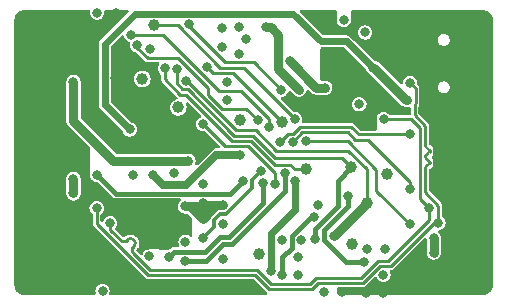
<source format=gbl>
G04 #@! TF.GenerationSoftware,KiCad,Pcbnew,8.0.1*
G04 #@! TF.CreationDate,2024-04-22T06:17:08+03:00*
G04 #@! TF.ProjectId,IMU module,494d5520-6d6f-4647-956c-652e6b696361,rev?*
G04 #@! TF.SameCoordinates,Original*
G04 #@! TF.FileFunction,Copper,L4,Bot*
G04 #@! TF.FilePolarity,Positive*
%FSLAX46Y46*%
G04 Gerber Fmt 4.6, Leading zero omitted, Abs format (unit mm)*
G04 Created by KiCad (PCBNEW 8.0.1) date 2024-04-22 06:17:08*
%MOMM*%
%LPD*%
G01*
G04 APERTURE LIST*
G04 #@! TA.AperFunction,ComponentPad*
%ADD10O,2.000000X1.090000*%
G04 #@! TD*
G04 #@! TA.AperFunction,ComponentPad*
%ADD11O,1.600000X1.050000*%
G04 #@! TD*
G04 #@! TA.AperFunction,SMDPad,CuDef*
%ADD12C,1.000000*%
G04 #@! TD*
G04 #@! TA.AperFunction,ViaPad*
%ADD13C,0.800000*%
G04 #@! TD*
G04 #@! TA.AperFunction,Conductor*
%ADD14C,0.800000*%
G04 #@! TD*
G04 #@! TA.AperFunction,Conductor*
%ADD15C,0.250000*%
G04 #@! TD*
G04 #@! TA.AperFunction,Conductor*
%ADD16C,0.600000*%
G04 #@! TD*
G04 #@! TA.AperFunction,Conductor*
%ADD17C,0.400000*%
G04 #@! TD*
G04 #@! TA.AperFunction,Conductor*
%ADD18C,0.300000*%
G04 #@! TD*
G04 #@! TA.AperFunction,Conductor*
%ADD19C,0.650000*%
G04 #@! TD*
G04 APERTURE END LIST*
D10*
X167600753Y-90365454D03*
D11*
X164150753Y-90365454D03*
D10*
X167600753Y-97565454D03*
D11*
X164150753Y-97565454D03*
D12*
X157610753Y-102765454D03*
X140730753Y-100089454D03*
X151780753Y-98954454D03*
X148222644Y-98709453D03*
X158920753Y-105748793D03*
X160650753Y-103290454D03*
X153761753Y-102936454D03*
X149820753Y-110074454D03*
X157688753Y-109236454D03*
X140880753Y-90739812D03*
X139926000Y-95270454D03*
X142970753Y-97684454D03*
D13*
X130093753Y-101814453D03*
X132293752Y-89818454D03*
X130093753Y-100514454D03*
X166390753Y-101814453D03*
X168590752Y-113164453D03*
X158937753Y-109709454D03*
X146650753Y-92545454D03*
X130093753Y-113164453D03*
X143149753Y-112748454D03*
X137651753Y-89648454D03*
X166390753Y-100514454D03*
X166390753Y-113164453D03*
X167490753Y-112514454D03*
X132293752Y-100514454D03*
X156838753Y-113287954D03*
X130093753Y-98718453D03*
X143531753Y-107614454D03*
X145060753Y-100639454D03*
X131193753Y-90468454D03*
X148130753Y-93119454D03*
X157150753Y-94329454D03*
X153132753Y-110352454D03*
X153064753Y-111909454D03*
X131193753Y-112514454D03*
X130093753Y-91118453D03*
X164590753Y-103714454D03*
X158299753Y-98967454D03*
X132293752Y-113164453D03*
X139865753Y-112741454D03*
X148130753Y-90909454D03*
X132293752Y-101814453D03*
X140600753Y-94274454D03*
X130093753Y-97418454D03*
X164990753Y-104964454D03*
X130093753Y-111864454D03*
X146449753Y-112766454D03*
X168590752Y-111864454D03*
X158878753Y-113393954D03*
X168590752Y-100514454D03*
X151781753Y-108894454D03*
X131193753Y-101164454D03*
X160338753Y-113393954D03*
X134093753Y-108714454D03*
X146729753Y-110501454D03*
X137648753Y-95214454D03*
X140730753Y-96702454D03*
X166390753Y-111864454D03*
X155430753Y-90909454D03*
X132293752Y-111864454D03*
X132293752Y-97418454D03*
X164350753Y-92463000D03*
X168590752Y-101814453D03*
X146730753Y-107539454D03*
X134093753Y-109964454D03*
X130093753Y-89818454D03*
X134093753Y-93018454D03*
X147058753Y-95507454D03*
X167490753Y-101164454D03*
X155430753Y-93119454D03*
X132293752Y-98718453D03*
X145055753Y-104123454D03*
X161930753Y-111289454D03*
X140730753Y-100089454D03*
X132293752Y-91118453D03*
X131193753Y-98068454D03*
X145060753Y-99089454D03*
X151191753Y-104159454D03*
X160338753Y-111843954D03*
X146650753Y-90995454D03*
X136101753Y-89648454D03*
X155288753Y-113287954D03*
X156967753Y-90251454D03*
X143572753Y-109041454D03*
X140518753Y-110301454D03*
X158299753Y-97417454D03*
X136550753Y-113231454D03*
X145055753Y-105773453D03*
X148700753Y-91914454D03*
X147058753Y-97057454D03*
X158790753Y-91334454D03*
X146729753Y-105977454D03*
X153381752Y-108894454D03*
X145038753Y-107126454D03*
X140600753Y-92724454D03*
X139146753Y-103393454D03*
X143531753Y-106064454D03*
X142580753Y-103254454D03*
X154822753Y-105939454D03*
X160487753Y-109709454D03*
X149820753Y-110074454D03*
X159446753Y-94322454D03*
X162330753Y-97039454D03*
X138850753Y-99547454D03*
X134093753Y-104964454D03*
X164590753Y-109964454D03*
X134093753Y-103714454D03*
X164590753Y-108714454D03*
X164190753Y-106214454D03*
X160350753Y-98665454D03*
X137200752Y-107474454D03*
X164990752Y-107464454D03*
X136050753Y-106204454D03*
X162585753Y-95604454D03*
X134093753Y-95518454D03*
X143830753Y-102194454D03*
X154420753Y-106954454D03*
X151764753Y-111879454D03*
X145038753Y-108776454D03*
X150000753Y-103074454D03*
X152031753Y-103270454D03*
X143572753Y-110691454D03*
X150109382Y-104109033D03*
X142205753Y-110312454D03*
X148180000Y-101684000D03*
X140806753Y-103379454D03*
X152420753Y-93774454D03*
X155409753Y-96016454D03*
X148420753Y-103884454D03*
X136095753Y-103397454D03*
X162576753Y-104592454D03*
X152660753Y-100617800D03*
X162551000Y-99968000D03*
X151560753Y-100614454D03*
X162550753Y-107574454D03*
X153742000Y-100534000D03*
X143620753Y-95419454D03*
X156113753Y-108595526D03*
X158920753Y-105748793D03*
X157610753Y-102765454D03*
X154513753Y-108824000D03*
X142829462Y-94435293D03*
X141830753Y-94384454D03*
X153761753Y-102936454D03*
X157688753Y-109236454D03*
X151780753Y-98954454D03*
X145403753Y-94231454D03*
X152860753Y-98674454D03*
X140880753Y-90739812D03*
X142970753Y-97684454D03*
X139926000Y-95270454D03*
X148222644Y-98709453D03*
X160650753Y-103290454D03*
X150383036Y-90909655D03*
X153191753Y-96176454D03*
X150630753Y-99354454D03*
X138991133Y-91535133D03*
X151685354Y-96178812D03*
X143890753Y-90644454D03*
X139485753Y-92421758D03*
X149710753Y-98784454D03*
X152840753Y-103894454D03*
X150776753Y-111530454D03*
X157324753Y-105213454D03*
X158654005Y-110793454D03*
D14*
X134093753Y-104964454D02*
X134093753Y-103714454D01*
X164590753Y-108714454D02*
X164590753Y-109964454D01*
D15*
X146930299Y-100959000D02*
X148910604Y-100959000D01*
X148910604Y-100959000D02*
X151191753Y-103240149D01*
X151191753Y-103240149D02*
X151191753Y-104159454D01*
X145060753Y-99089454D02*
X146930299Y-100959000D01*
D14*
X146729753Y-105977454D02*
X145259754Y-105977454D01*
X145055753Y-107109454D02*
X145038753Y-107126454D01*
X143531753Y-106064454D02*
X144764752Y-106064454D01*
X146729753Y-105977454D02*
X146158432Y-105977454D01*
X145038753Y-107097133D02*
X145038753Y-107126454D01*
X145259754Y-105977454D02*
X145055753Y-105773453D01*
X144764752Y-106064454D02*
X145055753Y-105773453D01*
X143976753Y-106064454D02*
X145038753Y-107126454D01*
X146158432Y-105977454D02*
X145038753Y-107097133D01*
X145055753Y-105773453D02*
X145055753Y-107109454D01*
X143531753Y-106064454D02*
X143976753Y-106064454D01*
D16*
X157208753Y-92084454D02*
X159446753Y-94322454D01*
X152660753Y-89734454D02*
X155010753Y-92084454D01*
D14*
X162255753Y-97039454D02*
X159538753Y-94322454D01*
D16*
X138850753Y-99547454D02*
X136748753Y-97445454D01*
X155010753Y-92084454D02*
X157208753Y-92084454D01*
D14*
X162330753Y-97039454D02*
X162255753Y-97039454D01*
D16*
X136748753Y-92316454D02*
X139330753Y-89734454D01*
X139330753Y-89734454D02*
X152660753Y-89734454D01*
X136748753Y-97445454D02*
X136748753Y-92316454D01*
D14*
X159538753Y-94322454D02*
X159446753Y-94322454D01*
D15*
X154624357Y-112104454D02*
X154094357Y-112634454D01*
X158416552Y-112104454D02*
X154624357Y-112104454D01*
X150855448Y-112634454D02*
X149637448Y-111416454D01*
X139250350Y-108962387D02*
X139140041Y-108852078D01*
X163411753Y-105455454D02*
X164190753Y-106234454D01*
X138027666Y-108861367D02*
X137271182Y-108104883D01*
X138137974Y-108971675D02*
X138027666Y-108861367D01*
X162668405Y-98665454D02*
X163411753Y-99408802D01*
X163411753Y-99408802D02*
X163411753Y-105455454D01*
X138698806Y-108852078D02*
X138579208Y-108971675D01*
X149637448Y-111416454D02*
X140582753Y-111416454D01*
X137271182Y-108104883D02*
X137200752Y-108034453D01*
X164190753Y-106234454D02*
X164190753Y-107234753D01*
X140582753Y-111416454D02*
X139130753Y-109964454D01*
X160350753Y-98665454D02*
X162668405Y-98665454D01*
X160756552Y-110668954D02*
X159852052Y-110668954D01*
X139130753Y-109523219D02*
X139250350Y-109403621D01*
X159852052Y-110668954D02*
X158416552Y-112104454D01*
X154094357Y-112634454D02*
X150855448Y-112634454D01*
X164190753Y-107234753D02*
X160756552Y-110668954D01*
X137200752Y-108034453D02*
X137200752Y-107474454D01*
X138579208Y-108971675D02*
G75*
G02*
X138137974Y-108971675I-220617J220615D01*
G01*
X139140041Y-108852078D02*
G75*
G03*
X138698807Y-108852079I-220617J-220617D01*
G01*
X139250349Y-109403620D02*
G75*
G03*
X139250353Y-108962384I-220649J220620D01*
G01*
X139130754Y-109964453D02*
G75*
G02*
X139130717Y-109523183I220646J220653D01*
G01*
X163861753Y-100940855D02*
X163861753Y-100844855D01*
X164053753Y-102572855D02*
X164055714Y-102572855D01*
X160038448Y-111118954D02*
X158602948Y-112554454D01*
X164990752Y-107464454D02*
X164597448Y-107464454D01*
X140396357Y-111866454D02*
X136050753Y-107520850D01*
X160942948Y-111118954D02*
X160038448Y-111118954D01*
X163055753Y-97339759D02*
X163055753Y-96074454D01*
X163861753Y-101900855D02*
X163861753Y-101804855D01*
X164055702Y-101132855D02*
X164053753Y-101132855D01*
X154280753Y-113084454D02*
X150669052Y-113084454D01*
X136050753Y-107520850D02*
X136050753Y-106204454D01*
X163861753Y-100844855D02*
X163861753Y-99314454D01*
X163861753Y-99314454D02*
X163861753Y-99222406D01*
X150669052Y-113084454D02*
X149451052Y-111866454D01*
X164597448Y-107464454D02*
X160942948Y-111118954D01*
X164247702Y-101420855D02*
X164247702Y-101324855D01*
X163861753Y-102764855D02*
X163861753Y-104860759D01*
X162970753Y-97424759D02*
X163055753Y-97339759D01*
X164990752Y-105989758D02*
X164990752Y-107464454D01*
X163055753Y-96074454D02*
X162585753Y-95604454D01*
X162970753Y-98331406D02*
X162970753Y-97424759D01*
X158602948Y-112554454D02*
X154810753Y-112554454D01*
X164247714Y-102380855D02*
X164247714Y-102284855D01*
X163861753Y-104860759D02*
X164990752Y-105989758D01*
X163861753Y-99222406D02*
X162970753Y-98331406D01*
X164055714Y-102092855D02*
X164053753Y-102092855D01*
X164053753Y-101612855D02*
X164055702Y-101612855D01*
X149451052Y-111866454D02*
X140396357Y-111866454D01*
X154810753Y-112554454D02*
X154280753Y-113084454D01*
X163861753Y-101804855D02*
G75*
G02*
X164053753Y-101612853I192047J-45D01*
G01*
X164053753Y-102092855D02*
G75*
G02*
X163861845Y-101900855I47J191955D01*
G01*
X164055702Y-101612855D02*
G75*
G03*
X164247655Y-101420855I-2J191955D01*
G01*
X164247702Y-101324855D02*
G75*
G03*
X164055702Y-101132898I-192002J-45D01*
G01*
X163861753Y-102764855D02*
G75*
G02*
X164053753Y-102572853I192047J-45D01*
G01*
X164053753Y-101132855D02*
G75*
G02*
X163861845Y-100940855I47J191955D01*
G01*
X164055714Y-102572855D02*
G75*
G03*
X164247655Y-102380855I-14J191955D01*
G01*
X164247714Y-102284855D02*
G75*
G03*
X164055714Y-102092886I-192014J-45D01*
G01*
D14*
X134093753Y-95518454D02*
X134093753Y-98821753D01*
X134093753Y-98821753D02*
X137466454Y-102194454D01*
X137466454Y-102194454D02*
X143830753Y-102194454D01*
D17*
X152581752Y-108563083D02*
X154190381Y-106954454D01*
X152581752Y-109563455D02*
X152581752Y-108563083D01*
X151764753Y-110380454D02*
X152581752Y-109563455D01*
X154190381Y-106954454D02*
X154420753Y-106954454D01*
X151764753Y-111879454D02*
X151764753Y-110380454D01*
D18*
X149240753Y-103834454D02*
X150000753Y-103074454D01*
X147047753Y-106727454D02*
X149240753Y-104534454D01*
X145979753Y-107216793D02*
X146469092Y-106727454D01*
X145979753Y-107835454D02*
X145979753Y-107216793D01*
X149240753Y-104534454D02*
X149240753Y-103834454D01*
X146469092Y-106727454D02*
X147047753Y-106727454D01*
X145038753Y-108776454D02*
X145979753Y-107835454D01*
D17*
X152031753Y-104721982D02*
X147498280Y-109255455D01*
X146739752Y-109255455D02*
X145303753Y-110691454D01*
X145303753Y-110691454D02*
X143572753Y-110691454D01*
X152031753Y-103270454D02*
X152031753Y-104721982D01*
X147498280Y-109255455D02*
X146739752Y-109255455D01*
X142205753Y-110312454D02*
X142626753Y-109891454D01*
X145255225Y-109891454D02*
X146491224Y-108655455D01*
X147249752Y-108655455D02*
X150109382Y-105795825D01*
X142626753Y-109891454D02*
X145255225Y-109891454D01*
X150109382Y-105795825D02*
X150109382Y-104109033D01*
X146491224Y-108655455D02*
X147249752Y-108655455D01*
D19*
X141661753Y-104234454D02*
X140806753Y-103379454D01*
X143636605Y-104234454D02*
X141661753Y-104234454D01*
X148180000Y-101684000D02*
X146187059Y-101684000D01*
X146187059Y-101684000D02*
X143636605Y-104234454D01*
D14*
X154662753Y-96016454D02*
X155409753Y-96016454D01*
X152420753Y-93774454D02*
X154662753Y-96016454D01*
D17*
X147331754Y-104973453D02*
X137671752Y-104973453D01*
X148420753Y-103884454D02*
X147331754Y-104973453D01*
X137671752Y-104973453D02*
X136095753Y-103397454D01*
D15*
X152660753Y-100617800D02*
X152660753Y-100582445D01*
X162576753Y-103991727D02*
X162576753Y-104592454D01*
X157947753Y-100411454D02*
X158996480Y-100411454D01*
X158996480Y-100411454D02*
X162576753Y-103991727D01*
X157296736Y-99760437D02*
X157947753Y-100411454D01*
X152660753Y-100582445D02*
X153482761Y-99760437D01*
X153482761Y-99760437D02*
X157296736Y-99760437D01*
X162551000Y-99968000D02*
X162544454Y-99961454D01*
X162544454Y-99961454D02*
X158268448Y-99961454D01*
X152701367Y-99892800D02*
X152282407Y-99892800D01*
X157617431Y-99310437D02*
X153283730Y-99310437D01*
X152282407Y-99892800D02*
X151560753Y-100614454D01*
X158268448Y-99961454D02*
X157617431Y-99310437D01*
X153283730Y-99310437D02*
X152701367Y-99892800D01*
X157301339Y-100534000D02*
X159710753Y-102943414D01*
X153742000Y-100534000D02*
X157301339Y-100534000D01*
X159710753Y-102943414D02*
X159710753Y-104734454D01*
X159710753Y-104734454D02*
X162550753Y-107574454D01*
X151243794Y-101342800D02*
X157365826Y-101342800D01*
D14*
X156113753Y-108555793D02*
X158920753Y-105748793D01*
D15*
X157365826Y-101342800D02*
X158920753Y-102897727D01*
X149509994Y-99609000D02*
X151243794Y-101342800D01*
D14*
X156113753Y-108595526D02*
X156113753Y-108555793D01*
D15*
X147878396Y-99609000D02*
X149509994Y-99609000D01*
X158920753Y-102897727D02*
X158920753Y-105748793D01*
X143620753Y-95419454D02*
X143688850Y-95419454D01*
D17*
X158920753Y-105748793D02*
X158920753Y-105794283D01*
D15*
X143688850Y-95419454D02*
X147878396Y-99609000D01*
X147692000Y-100059000D02*
X143777454Y-96144454D01*
X142829462Y-95653468D02*
X142829462Y-94435293D01*
X149283396Y-100059000D02*
X147692000Y-100059000D01*
X156799753Y-101954454D02*
X151178850Y-101954454D01*
D17*
X156500753Y-103875454D02*
X157610753Y-102765454D01*
D15*
X157610753Y-102765454D02*
X156799753Y-101954454D01*
D17*
X154513753Y-108001454D02*
X156500753Y-106014454D01*
D15*
X151178850Y-101954454D02*
X149283396Y-100059000D01*
X143320448Y-96144454D02*
X142829462Y-95653468D01*
D17*
X154513753Y-108824000D02*
X154513753Y-108001454D01*
X156500753Y-106014454D02*
X156500753Y-103875454D01*
D15*
X143777454Y-96144454D02*
X143320448Y-96144454D01*
X152451753Y-102545454D02*
X151133454Y-102545454D01*
X143134052Y-96594454D02*
X141830753Y-95291155D01*
X141830753Y-95291155D02*
X141830753Y-94384454D01*
X149097000Y-100509000D02*
X147505604Y-100509000D01*
X143591058Y-96594454D02*
X143134052Y-96594454D01*
X147505604Y-100509000D02*
X143591058Y-96594454D01*
X153761753Y-102936454D02*
X152842753Y-102936454D01*
X152842753Y-102936454D02*
X152451753Y-102545454D01*
X151133454Y-102545454D02*
X149097000Y-100509000D01*
X151780753Y-98954454D02*
X147578753Y-94752454D01*
X145924753Y-94752454D02*
X145403753Y-94231454D01*
X147578753Y-94752454D02*
X145924753Y-94752454D01*
X146523448Y-94302454D02*
X142960806Y-90739812D01*
X152860753Y-98674454D02*
X152860753Y-98622602D01*
X148540605Y-94302454D02*
X146523448Y-94302454D01*
X152860753Y-98622602D02*
X148540605Y-94302454D01*
X142960806Y-90739812D02*
X140880753Y-90739812D01*
D14*
X151420752Y-91534453D02*
X150795954Y-90909655D01*
X151420752Y-94405453D02*
X151420752Y-91534453D01*
X153191753Y-96176454D02*
X151420752Y-94405453D01*
X150795954Y-90909655D02*
X150383036Y-90909655D01*
D15*
X141711806Y-91564812D02*
X146431448Y-96284454D01*
X150630753Y-98679149D02*
X150630753Y-99354454D01*
X146431448Y-96284454D02*
X148236058Y-96284454D01*
X138991133Y-91535133D02*
X139020812Y-91564812D01*
X148236058Y-96284454D02*
X150630753Y-98679149D01*
X139020812Y-91564812D02*
X141711806Y-91564812D01*
X143890753Y-90644454D02*
X143890753Y-90810759D01*
X149358996Y-93852454D02*
X151685354Y-96178812D01*
X146932448Y-93852454D02*
X149358996Y-93852454D01*
X143890753Y-90810759D02*
X146932448Y-93852454D01*
X139485753Y-92421758D02*
X139485753Y-92634759D01*
X145500753Y-96595493D02*
X146687714Y-97782454D01*
X148708753Y-97782454D02*
X149710753Y-98784454D01*
X142970753Y-93524454D02*
X145500753Y-96054454D01*
X140375448Y-93524454D02*
X142970753Y-93524454D01*
X145500753Y-96054454D02*
X145500753Y-96595493D01*
X139485753Y-92634759D02*
X140375448Y-93524454D01*
X146687714Y-97782454D02*
X148708753Y-97782454D01*
D16*
X152840753Y-106335247D02*
X152840753Y-103894454D01*
X150825000Y-108351000D02*
X152840753Y-106335247D01*
X150776753Y-111530454D02*
X150825000Y-111482207D01*
X150825000Y-111482207D02*
X150825000Y-108351000D01*
D17*
X157180310Y-110793454D02*
X155313753Y-108926897D01*
X158654005Y-110793454D02*
X157180310Y-110793454D01*
X155313753Y-108926897D02*
X155313753Y-108049982D01*
X155313753Y-108049982D02*
X157324753Y-106038982D01*
X157324753Y-106038982D02*
X157324753Y-105213454D01*
G04 #@! TA.AperFunction,Conductor*
G36*
X135451929Y-89438639D02*
G01*
X135497684Y-89491443D01*
X135507829Y-89559139D01*
X135496071Y-89648452D01*
X135496071Y-89648455D01*
X135516708Y-89805214D01*
X135516709Y-89805216D01*
X135577217Y-89951295D01*
X135673471Y-90076736D01*
X135798912Y-90172990D01*
X135944991Y-90233498D01*
X136023372Y-90243817D01*
X136101752Y-90254136D01*
X136101753Y-90254136D01*
X136101754Y-90254136D01*
X136154007Y-90247256D01*
X136258515Y-90233498D01*
X136404594Y-90172990D01*
X136530035Y-90076736D01*
X136626289Y-89951295D01*
X136686797Y-89805216D01*
X136707435Y-89648454D01*
X136705089Y-89630635D01*
X136695677Y-89559139D01*
X136706443Y-89490104D01*
X136752823Y-89437848D01*
X136818616Y-89418954D01*
X138639077Y-89418954D01*
X138706116Y-89438639D01*
X138751871Y-89491443D01*
X138761815Y-89560601D01*
X138732790Y-89624157D01*
X138726758Y-89630635D01*
X136348255Y-92009137D01*
X136348253Y-92009140D01*
X136282361Y-92123266D01*
X136262188Y-92198555D01*
X136248253Y-92250562D01*
X136248253Y-97379562D01*
X136248253Y-97511346D01*
X136261179Y-97559586D01*
X136282361Y-97638641D01*
X136286111Y-97645136D01*
X136348253Y-97752768D01*
X136348255Y-97752770D01*
X138230791Y-99635306D01*
X138264276Y-99696629D01*
X138265394Y-99703042D01*
X138265707Y-99704212D01*
X138298233Y-99782736D01*
X138326217Y-99850295D01*
X138422471Y-99975736D01*
X138547912Y-100071990D01*
X138693991Y-100132498D01*
X138772372Y-100142817D01*
X138850752Y-100153136D01*
X138850753Y-100153136D01*
X138850754Y-100153136D01*
X138903007Y-100146256D01*
X139007515Y-100132498D01*
X139153594Y-100071990D01*
X139279035Y-99975736D01*
X139375289Y-99850295D01*
X139435797Y-99704216D01*
X139456435Y-99547454D01*
X139455931Y-99543628D01*
X139435797Y-99390693D01*
X139435797Y-99390692D01*
X139375289Y-99244613D01*
X139279035Y-99119172D01*
X139153594Y-99022918D01*
X139152706Y-99022550D01*
X139007511Y-98962408D01*
X138999664Y-98960306D01*
X139000183Y-98958365D01*
X138946196Y-98934477D01*
X138938605Y-98927492D01*
X137285572Y-97274459D01*
X137252087Y-97213136D01*
X137249253Y-97186778D01*
X137249253Y-95270454D01*
X139220355Y-95270454D01*
X139240859Y-95439323D01*
X139240860Y-95439328D01*
X139301182Y-95598385D01*
X139352182Y-95672270D01*
X139397817Y-95738383D01*
X139483159Y-95813989D01*
X139525150Y-95851190D01*
X139675773Y-95930243D01*
X139675775Y-95930244D01*
X139840944Y-95970954D01*
X140011056Y-95970954D01*
X140176225Y-95930244D01*
X140255692Y-95888535D01*
X140326849Y-95851190D01*
X140326850Y-95851188D01*
X140326852Y-95851188D01*
X140454183Y-95738383D01*
X140550818Y-95598384D01*
X140611140Y-95439326D01*
X140631645Y-95270454D01*
X140611140Y-95101582D01*
X140606812Y-95090171D01*
X140570309Y-94993918D01*
X140550818Y-94942524D01*
X140550761Y-94942442D01*
X140511783Y-94885973D01*
X140454183Y-94802525D01*
X140348186Y-94708620D01*
X140326849Y-94689717D01*
X140176226Y-94610664D01*
X140011056Y-94569954D01*
X139840944Y-94569954D01*
X139675773Y-94610664D01*
X139525150Y-94689717D01*
X139397816Y-94802526D01*
X139301182Y-94942522D01*
X139240860Y-95101579D01*
X139240859Y-95101584D01*
X139220355Y-95270454D01*
X137249253Y-95270454D01*
X137249253Y-92575129D01*
X137268938Y-92508090D01*
X137285567Y-92487452D01*
X138190486Y-91582533D01*
X138251807Y-91549050D01*
X138321498Y-91554034D01*
X138377432Y-91595906D01*
X138401104Y-91654030D01*
X138406089Y-91691895D01*
X138466597Y-91837974D01*
X138562851Y-91963415D01*
X138688292Y-92059669D01*
X138828543Y-92117763D01*
X138882945Y-92161603D01*
X138905010Y-92227897D01*
X138901715Y-92256930D01*
X138901770Y-92256938D01*
X138901367Y-92259993D01*
X138900867Y-92264406D01*
X138900709Y-92264994D01*
X138880071Y-92421756D01*
X138880071Y-92421759D01*
X138900708Y-92578518D01*
X138900709Y-92578520D01*
X138960738Y-92723444D01*
X138961217Y-92724599D01*
X139057471Y-92850040D01*
X139182912Y-92946294D01*
X139328991Y-93006802D01*
X139366117Y-93011689D01*
X139430013Y-93039954D01*
X139437614Y-93046947D01*
X140110642Y-93719974D01*
X140110652Y-93719985D01*
X140114982Y-93724315D01*
X140114983Y-93724316D01*
X140175586Y-93784919D01*
X140207201Y-93803172D01*
X140207202Y-93803173D01*
X140249803Y-93827769D01*
X140249806Y-93827771D01*
X140249808Y-93827771D01*
X140249809Y-93827772D01*
X140332595Y-93849955D01*
X140332597Y-93849955D01*
X140425897Y-93849955D01*
X140425913Y-93849954D01*
X141232528Y-93849954D01*
X141299567Y-93869639D01*
X141345322Y-93922443D01*
X141355266Y-93991601D01*
X141330904Y-94049439D01*
X141323503Y-94059086D01*
X141306216Y-94081614D01*
X141245709Y-94227691D01*
X141245708Y-94227693D01*
X141225071Y-94384452D01*
X141225071Y-94384455D01*
X141245708Y-94541214D01*
X141245709Y-94541216D01*
X141306217Y-94687295D01*
X141402471Y-94812736D01*
X141456740Y-94854378D01*
X141497942Y-94910803D01*
X141505253Y-94952752D01*
X141505253Y-95334007D01*
X141527435Y-95416795D01*
X141545274Y-95447692D01*
X141570288Y-95491017D01*
X141570290Y-95491019D01*
X142872657Y-96793386D01*
X142906142Y-96854709D01*
X142901158Y-96924401D01*
X142859286Y-96980334D01*
X142814652Y-97001464D01*
X142720525Y-97024664D01*
X142569903Y-97103717D01*
X142442569Y-97216526D01*
X142345935Y-97356522D01*
X142285613Y-97515579D01*
X142285612Y-97515584D01*
X142265108Y-97684454D01*
X142285612Y-97853323D01*
X142285613Y-97853328D01*
X142345935Y-98012385D01*
X142408228Y-98102631D01*
X142442570Y-98152383D01*
X142543190Y-98241524D01*
X142569903Y-98265190D01*
X142712354Y-98339954D01*
X142720528Y-98344244D01*
X142885697Y-98384954D01*
X143055809Y-98384954D01*
X143220978Y-98344244D01*
X143327087Y-98288553D01*
X143371602Y-98265190D01*
X143371603Y-98265188D01*
X143371605Y-98265188D01*
X143498936Y-98152383D01*
X143595571Y-98012384D01*
X143655893Y-97853326D01*
X143676398Y-97684454D01*
X143655893Y-97515582D01*
X143618812Y-97417808D01*
X143613446Y-97348148D01*
X143646593Y-97286642D01*
X143707732Y-97252820D01*
X143777450Y-97257422D01*
X143822436Y-97286159D01*
X144869425Y-98333148D01*
X144902910Y-98394471D01*
X144897926Y-98464163D01*
X144856054Y-98520096D01*
X144829198Y-98535390D01*
X144757912Y-98564918D01*
X144632471Y-98661172D01*
X144536216Y-98786614D01*
X144475709Y-98932691D01*
X144475708Y-98932693D01*
X144455071Y-99089452D01*
X144455071Y-99089455D01*
X144475708Y-99246214D01*
X144475709Y-99246216D01*
X144535552Y-99390691D01*
X144536217Y-99392295D01*
X144632471Y-99517736D01*
X144757912Y-99613990D01*
X144903991Y-99674498D01*
X144932301Y-99678225D01*
X145060752Y-99695136D01*
X145060752Y-99695135D01*
X145060753Y-99695136D01*
X145128570Y-99686207D01*
X145197605Y-99696972D01*
X145232437Y-99721465D01*
X146457791Y-100946819D01*
X146491276Y-101008142D01*
X146486292Y-101077834D01*
X146444420Y-101133767D01*
X146378956Y-101158184D01*
X146370110Y-101158500D01*
X146263855Y-101158500D01*
X146263839Y-101158499D01*
X146256243Y-101158499D01*
X146117876Y-101158499D01*
X146000011Y-101190080D01*
X145984220Y-101194312D01*
X145864397Y-101263492D01*
X145864391Y-101263497D01*
X144603608Y-102524280D01*
X144542285Y-102557765D01*
X144472593Y-102552781D01*
X144416660Y-102510909D01*
X144392243Y-102445445D01*
X144396154Y-102404499D01*
X144398502Y-102395738D01*
X144403715Y-102380382D01*
X144415797Y-102351216D01*
X144419920Y-102319893D01*
X144423082Y-102304003D01*
X144431253Y-102273511D01*
X144431253Y-102241941D01*
X144432314Y-102225755D01*
X144436435Y-102194454D01*
X144436435Y-102194452D01*
X144432314Y-102163151D01*
X144431253Y-102146966D01*
X144431253Y-102115399D01*
X144431253Y-102115397D01*
X144423080Y-102084895D01*
X144419917Y-102068990D01*
X144415797Y-102037693D01*
X144415797Y-102037692D01*
X144403710Y-102008514D01*
X144398498Y-101993157D01*
X144396806Y-101986841D01*
X144390330Y-101962670D01*
X144390329Y-101962668D01*
X144374544Y-101935327D01*
X144367370Y-101920780D01*
X144366410Y-101918463D01*
X144355289Y-101891613D01*
X144336064Y-101866558D01*
X144327058Y-101853079D01*
X144311275Y-101825741D01*
X144311271Y-101825736D01*
X144288949Y-101803414D01*
X144278254Y-101791219D01*
X144259034Y-101766171D01*
X144233986Y-101746951D01*
X144221792Y-101736257D01*
X144199471Y-101713936D01*
X144199469Y-101713934D01*
X144199466Y-101713932D01*
X144199462Y-101713929D01*
X144172125Y-101698146D01*
X144158640Y-101689136D01*
X144133593Y-101669917D01*
X144133592Y-101669916D01*
X144104421Y-101657833D01*
X144089876Y-101650661D01*
X144062537Y-101634877D01*
X144062534Y-101634876D01*
X144032041Y-101626705D01*
X144016685Y-101621492D01*
X143987517Y-101609410D01*
X143956203Y-101605287D01*
X143940305Y-101602124D01*
X143909810Y-101593954D01*
X143878240Y-101593954D01*
X143862055Y-101592893D01*
X143830753Y-101588772D01*
X143799450Y-101592893D01*
X143783266Y-101593954D01*
X137766551Y-101593954D01*
X137699512Y-101574269D01*
X137678870Y-101557635D01*
X134730572Y-98609337D01*
X134697087Y-98548014D01*
X134694253Y-98521656D01*
X134694253Y-95565941D01*
X134695314Y-95549755D01*
X134699435Y-95518454D01*
X134699435Y-95518452D01*
X134695314Y-95487151D01*
X134694253Y-95470966D01*
X134694253Y-95439399D01*
X134694253Y-95439397D01*
X134686080Y-95408895D01*
X134682917Y-95392990D01*
X134682710Y-95391421D01*
X134678797Y-95361692D01*
X134666710Y-95332514D01*
X134661498Y-95317157D01*
X134657334Y-95301614D01*
X134653330Y-95286670D01*
X134643968Y-95270454D01*
X134637544Y-95259327D01*
X134630370Y-95244780D01*
X134618289Y-95215614D01*
X134618289Y-95215613D01*
X134599064Y-95190558D01*
X134590058Y-95177079D01*
X134574275Y-95149741D01*
X134574271Y-95149736D01*
X134551949Y-95127414D01*
X134541254Y-95115219D01*
X134530788Y-95101579D01*
X134522035Y-95090172D01*
X134508670Y-95079917D01*
X134496986Y-95070951D01*
X134484792Y-95060257D01*
X134462471Y-95037936D01*
X134462469Y-95037934D01*
X134462466Y-95037932D01*
X134462462Y-95037929D01*
X134435125Y-95022146D01*
X134421640Y-95013136D01*
X134396593Y-94993917D01*
X134396592Y-94993916D01*
X134367421Y-94981833D01*
X134352876Y-94974661D01*
X134325537Y-94958877D01*
X134325534Y-94958876D01*
X134295041Y-94950705D01*
X134279685Y-94945492D01*
X134250517Y-94933410D01*
X134219203Y-94929287D01*
X134203305Y-94926124D01*
X134172810Y-94917954D01*
X134141240Y-94917954D01*
X134125055Y-94916893D01*
X134093753Y-94912772D01*
X134062450Y-94916893D01*
X134046266Y-94917954D01*
X134014693Y-94917954D01*
X133984194Y-94926125D01*
X133968298Y-94929286D01*
X133936997Y-94933408D01*
X133936988Y-94933410D01*
X133907820Y-94945492D01*
X133892468Y-94950704D01*
X133861972Y-94958876D01*
X133861970Y-94958876D01*
X133861969Y-94958877D01*
X133861967Y-94958878D01*
X133861965Y-94958879D01*
X133834628Y-94974661D01*
X133820089Y-94981831D01*
X133790918Y-94993914D01*
X133790913Y-94993917D01*
X133765860Y-95013140D01*
X133752382Y-95022145D01*
X133725036Y-95037934D01*
X133702708Y-95060261D01*
X133690520Y-95070950D01*
X133665471Y-95090172D01*
X133646249Y-95115221D01*
X133635560Y-95127409D01*
X133613233Y-95149737D01*
X133597444Y-95177083D01*
X133588439Y-95190561D01*
X133569216Y-95215614D01*
X133569213Y-95215619D01*
X133557130Y-95244790D01*
X133549960Y-95259329D01*
X133534178Y-95286666D01*
X133534175Y-95286673D01*
X133526003Y-95317169D01*
X133520791Y-95332521D01*
X133508709Y-95361689D01*
X133508707Y-95361698D01*
X133504585Y-95392999D01*
X133501424Y-95408895D01*
X133493253Y-95439394D01*
X133493253Y-95470966D01*
X133492192Y-95487151D01*
X133488071Y-95518452D01*
X133488071Y-95518454D01*
X133492192Y-95549755D01*
X133493253Y-95565941D01*
X133493253Y-98735083D01*
X133493252Y-98735101D01*
X133493252Y-98900807D01*
X133493251Y-98900807D01*
X133525872Y-99022550D01*
X133534176Y-99053538D01*
X133553666Y-99087295D01*
X133605677Y-99177382D01*
X133613232Y-99190467D01*
X133613234Y-99190470D01*
X133732102Y-99309338D01*
X133732108Y-99309343D01*
X135459681Y-101036916D01*
X135493166Y-101098239D01*
X135496000Y-101124597D01*
X135496000Y-103344292D01*
X135494939Y-103360477D01*
X135490071Y-103397452D01*
X135490071Y-103397455D01*
X135510708Y-103554214D01*
X135510709Y-103554216D01*
X135563121Y-103680751D01*
X135571217Y-103700295D01*
X135667471Y-103825736D01*
X135792912Y-103921990D01*
X135938991Y-103982498D01*
X136095753Y-104003136D01*
X136095754Y-104003135D01*
X136099266Y-104003598D01*
X136163163Y-104031864D01*
X136170762Y-104038856D01*
X137425839Y-105293933D01*
X137517164Y-105346660D01*
X137619025Y-105373953D01*
X137724479Y-105373953D01*
X143073656Y-105373953D01*
X143140695Y-105393638D01*
X143186450Y-105446442D01*
X143196394Y-105515600D01*
X143167369Y-105579156D01*
X143161333Y-105585638D01*
X143140707Y-105606262D01*
X143128520Y-105616950D01*
X143103471Y-105636172D01*
X143084249Y-105661221D01*
X143073560Y-105673409D01*
X143051233Y-105695737D01*
X143035444Y-105723083D01*
X143026439Y-105736561D01*
X143007216Y-105761614D01*
X143007213Y-105761619D01*
X142995130Y-105790790D01*
X142987960Y-105805329D01*
X142972178Y-105832666D01*
X142972175Y-105832673D01*
X142964003Y-105863169D01*
X142958791Y-105878521D01*
X142946709Y-105907689D01*
X142946707Y-105907698D01*
X142942585Y-105938999D01*
X142939424Y-105954895D01*
X142931253Y-105985394D01*
X142931253Y-106016966D01*
X142930192Y-106033151D01*
X142926071Y-106064452D01*
X142926071Y-106064454D01*
X142930192Y-106095755D01*
X142931253Y-106111941D01*
X142931253Y-106143511D01*
X142939423Y-106174006D01*
X142942586Y-106189904D01*
X142946709Y-106221218D01*
X142958791Y-106250386D01*
X142964004Y-106265742D01*
X142972175Y-106296235D01*
X142972176Y-106296238D01*
X142987960Y-106323577D01*
X142995132Y-106338122D01*
X143007215Y-106367293D01*
X143007216Y-106367294D01*
X143026435Y-106392341D01*
X143035445Y-106405826D01*
X143051228Y-106433163D01*
X143051235Y-106433172D01*
X143073556Y-106455493D01*
X143084250Y-106467687D01*
X143103470Y-106492735D01*
X143128518Y-106511955D01*
X143140713Y-106522650D01*
X143163037Y-106544974D01*
X143163038Y-106544975D01*
X143163040Y-106544976D01*
X143190378Y-106560759D01*
X143203857Y-106569765D01*
X143228912Y-106588990D01*
X143255762Y-106600111D01*
X143258079Y-106601071D01*
X143272626Y-106608245D01*
X143299967Y-106624030D01*
X143299969Y-106624031D01*
X143330461Y-106632200D01*
X143345813Y-106637411D01*
X143374991Y-106649498D01*
X143406294Y-106653619D01*
X143422194Y-106656781D01*
X143452696Y-106664954D01*
X143484266Y-106664954D01*
X143500450Y-106666014D01*
X143531753Y-106670136D01*
X143563055Y-106666014D01*
X143579240Y-106664954D01*
X143676656Y-106664954D01*
X143743695Y-106684639D01*
X143764337Y-106701273D01*
X144108949Y-107045885D01*
X144142434Y-107107208D01*
X144145254Y-107131708D01*
X144165549Y-108486114D01*
X144146871Y-108553441D01*
X144094759Y-108599982D01*
X144025757Y-108610960D01*
X143966078Y-108586349D01*
X143875594Y-108516918D01*
X143866514Y-108513157D01*
X143729515Y-108456410D01*
X143729513Y-108456409D01*
X143572754Y-108435772D01*
X143572752Y-108435772D01*
X143415992Y-108456409D01*
X143415990Y-108456410D01*
X143269913Y-108516917D01*
X143144471Y-108613172D01*
X143048216Y-108738614D01*
X142987709Y-108884691D01*
X142987708Y-108884693D01*
X142967071Y-109041452D01*
X142967071Y-109041455D01*
X142987708Y-109198214D01*
X142987710Y-109198219D01*
X143027943Y-109295351D01*
X143035412Y-109364820D01*
X143004137Y-109427299D01*
X142952883Y-109460343D01*
X142881018Y-109484494D01*
X142841517Y-109490954D01*
X142574026Y-109490954D01*
X142472163Y-109518247D01*
X142380840Y-109570974D01*
X142380836Y-109570977D01*
X142280760Y-109671052D01*
X142219437Y-109704536D01*
X142209260Y-109706310D01*
X142176093Y-109710675D01*
X142159179Y-109711733D01*
X140576217Y-109702361D01*
X140560768Y-109701302D01*
X140518757Y-109695772D01*
X140518751Y-109695772D01*
X140361992Y-109716409D01*
X140361990Y-109716410D01*
X140215913Y-109776917D01*
X140090471Y-109873172D01*
X139994217Y-109998613D01*
X139957163Y-110088068D01*
X139913321Y-110142471D01*
X139847027Y-110164535D01*
X139779328Y-110147255D01*
X139754921Y-110128295D01*
X139458143Y-109831517D01*
X139424658Y-109770194D01*
X139429642Y-109700502D01*
X139458138Y-109656161D01*
X139480528Y-109633769D01*
X139510815Y-109603482D01*
X139510816Y-109603480D01*
X139516516Y-109597780D01*
X139516599Y-109597686D01*
X139531309Y-109582975D01*
X139607730Y-109461340D01*
X139655171Y-109325752D01*
X139671254Y-109183006D01*
X139655173Y-109040260D01*
X139655172Y-109040257D01*
X139655171Y-109040252D01*
X139607737Y-108904674D01*
X139607732Y-108904664D01*
X139531317Y-108783035D01*
X139531312Y-108783030D01*
X139517103Y-108768818D01*
X139517072Y-108768782D01*
X139478606Y-108730316D01*
X139478602Y-108730309D01*
X139478601Y-108730311D01*
X139462744Y-108714452D01*
X139444081Y-108695786D01*
X139444079Y-108695785D01*
X139437818Y-108689523D01*
X139437781Y-108689491D01*
X139428791Y-108680501D01*
X139428789Y-108680498D01*
X139370204Y-108621914D01*
X139370205Y-108621914D01*
X139319414Y-108571123D01*
X139319411Y-108571121D01*
X139319410Y-108571120D01*
X139319411Y-108571120D01*
X139197775Y-108494693D01*
X139197776Y-108494693D01*
X139062179Y-108447245D01*
X139062170Y-108447243D01*
X138919426Y-108431161D01*
X138919420Y-108431161D01*
X138776673Y-108447244D01*
X138641070Y-108494693D01*
X138519432Y-108571124D01*
X138493503Y-108597054D01*
X138468642Y-108621915D01*
X138455160Y-108635397D01*
X138451415Y-108639142D01*
X138451400Y-108639156D01*
X138446254Y-108644300D01*
X138384925Y-108677773D01*
X138315234Y-108672775D01*
X138270909Y-108644283D01*
X137662653Y-108036027D01*
X137629168Y-107974704D01*
X137634152Y-107905012D01*
X137651954Y-107872865D01*
X137725288Y-107777295D01*
X137785796Y-107631216D01*
X137800011Y-107523241D01*
X137806434Y-107474455D01*
X137806434Y-107474452D01*
X137790822Y-107355868D01*
X137785796Y-107317692D01*
X137725288Y-107171613D01*
X137629034Y-107046172D01*
X137503593Y-106949918D01*
X137485544Y-106942442D01*
X137357514Y-106889410D01*
X137357512Y-106889409D01*
X137200753Y-106868772D01*
X137200751Y-106868772D01*
X137043991Y-106889409D01*
X137043989Y-106889410D01*
X136897912Y-106949917D01*
X136772470Y-107046172D01*
X136676215Y-107171614D01*
X136635076Y-107270933D01*
X136615709Y-107317691D01*
X136614814Y-107319851D01*
X136570973Y-107374254D01*
X136504679Y-107396319D01*
X136436980Y-107379040D01*
X136389369Y-107327903D01*
X136376253Y-107272398D01*
X136376253Y-106772752D01*
X136395938Y-106705713D01*
X136424763Y-106674379D01*
X136479035Y-106632736D01*
X136575289Y-106507295D01*
X136635797Y-106361216D01*
X136655118Y-106214455D01*
X136656435Y-106204455D01*
X136656435Y-106204452D01*
X136638003Y-106064452D01*
X136635797Y-106047692D01*
X136575289Y-105901613D01*
X136479035Y-105776172D01*
X136353594Y-105679918D01*
X136340784Y-105674612D01*
X136207515Y-105619410D01*
X136207513Y-105619409D01*
X136050754Y-105598772D01*
X136050752Y-105598772D01*
X135893992Y-105619409D01*
X135893990Y-105619410D01*
X135747913Y-105679917D01*
X135622471Y-105776172D01*
X135526216Y-105901614D01*
X135465709Y-106047691D01*
X135465708Y-106047693D01*
X135445071Y-106204452D01*
X135445071Y-106204455D01*
X135465708Y-106361214D01*
X135465709Y-106361216D01*
X135482246Y-106401141D01*
X135526217Y-106507295D01*
X135622471Y-106632736D01*
X135676740Y-106674378D01*
X135717942Y-106730803D01*
X135725253Y-106772752D01*
X135725253Y-107477997D01*
X135725253Y-107563703D01*
X135732384Y-107590316D01*
X135747435Y-107646490D01*
X135761152Y-107670247D01*
X135790288Y-107720712D01*
X140196495Y-112126919D01*
X140270718Y-112169772D01*
X140353504Y-112191954D01*
X149264863Y-112191954D01*
X149331902Y-112211639D01*
X149352544Y-112228273D01*
X150471544Y-113347273D01*
X150505029Y-113408596D01*
X150500045Y-113478288D01*
X150458173Y-113534221D01*
X150392709Y-113558638D01*
X150383863Y-113558954D01*
X137250654Y-113558954D01*
X137183615Y-113539269D01*
X137137860Y-113486465D01*
X137127916Y-113417307D01*
X137133739Y-113396079D01*
X137133693Y-113396067D01*
X137135795Y-113388219D01*
X137135797Y-113388216D01*
X137156435Y-113231454D01*
X137151091Y-113190865D01*
X137135797Y-113074693D01*
X137135797Y-113074692D01*
X137075289Y-112928613D01*
X136979035Y-112803172D01*
X136853594Y-112706918D01*
X136845057Y-112703382D01*
X136707515Y-112646410D01*
X136707513Y-112646409D01*
X136550754Y-112625772D01*
X136550752Y-112625772D01*
X136393992Y-112646409D01*
X136393990Y-112646410D01*
X136247913Y-112706917D01*
X136122471Y-112803172D01*
X136026216Y-112928614D01*
X135965709Y-113074691D01*
X135965708Y-113074693D01*
X135945071Y-113231452D01*
X135945071Y-113231455D01*
X135965708Y-113388214D01*
X135967813Y-113396067D01*
X135966375Y-113396452D01*
X135972881Y-113456973D01*
X135941605Y-113519452D01*
X135881515Y-113555103D01*
X135850852Y-113558954D01*
X129949860Y-113558954D01*
X129937701Y-113558356D01*
X129790204Y-113543823D01*
X129766370Y-113539082D01*
X129630379Y-113497825D01*
X129607931Y-113488525D01*
X129604077Y-113486465D01*
X129583692Y-113475568D01*
X129482613Y-113421535D01*
X129462402Y-113408029D01*
X129352566Y-113317882D01*
X129335378Y-113300694D01*
X129245232Y-113190842D01*
X129231733Y-113170637D01*
X129164753Y-113045316D01*
X129155451Y-113022858D01*
X129114206Y-112886875D01*
X129109465Y-112863033D01*
X129094850Y-112714585D01*
X129094253Y-112702432D01*
X129094255Y-112643579D01*
X129094253Y-112643574D01*
X129094254Y-112635995D01*
X129094253Y-112635961D01*
X129094253Y-104964454D01*
X133488071Y-104964454D01*
X133492192Y-104995755D01*
X133493253Y-105011941D01*
X133493253Y-105043511D01*
X133501423Y-105074003D01*
X133504586Y-105089904D01*
X133508709Y-105121218D01*
X133520791Y-105150386D01*
X133526004Y-105165742D01*
X133534175Y-105196235D01*
X133534176Y-105196238D01*
X133549960Y-105223577D01*
X133557132Y-105238122D01*
X133569215Y-105267293D01*
X133569216Y-105267294D01*
X133588435Y-105292341D01*
X133597445Y-105305826D01*
X133613228Y-105333163D01*
X133613235Y-105333172D01*
X133635556Y-105355493D01*
X133646250Y-105367687D01*
X133665470Y-105392735D01*
X133690518Y-105411955D01*
X133702713Y-105422650D01*
X133725037Y-105444974D01*
X133725038Y-105444975D01*
X133725040Y-105444976D01*
X133752378Y-105460759D01*
X133765857Y-105469765D01*
X133790912Y-105488990D01*
X133813404Y-105498306D01*
X133820079Y-105501071D01*
X133834626Y-105508245D01*
X133861967Y-105524030D01*
X133861969Y-105524031D01*
X133892461Y-105532200D01*
X133907813Y-105537411D01*
X133936991Y-105549498D01*
X133968294Y-105553619D01*
X133984194Y-105556781D01*
X134014696Y-105564954D01*
X134046266Y-105564954D01*
X134062450Y-105566014D01*
X134093753Y-105570136D01*
X134125055Y-105566014D01*
X134141240Y-105564954D01*
X134172809Y-105564954D01*
X134172810Y-105564954D01*
X134203308Y-105556781D01*
X134219192Y-105553621D01*
X134250515Y-105549498D01*
X134279683Y-105537415D01*
X134295046Y-105532201D01*
X134314611Y-105526958D01*
X134325537Y-105524031D01*
X134352883Y-105508241D01*
X134367419Y-105501073D01*
X134396594Y-105488990D01*
X134421648Y-105469764D01*
X134435127Y-105460759D01*
X134462469Y-105444974D01*
X134484793Y-105422648D01*
X134496987Y-105411955D01*
X134522035Y-105392736D01*
X134541255Y-105367687D01*
X134551949Y-105355493D01*
X134553033Y-105354409D01*
X134574273Y-105333170D01*
X134590061Y-105305822D01*
X134599063Y-105292349D01*
X134618289Y-105267295D01*
X134630372Y-105238120D01*
X134637545Y-105223577D01*
X134653330Y-105196238D01*
X134660880Y-105168059D01*
X134661500Y-105165747D01*
X134666715Y-105150382D01*
X134667228Y-105149143D01*
X134678797Y-105121216D01*
X134682920Y-105089893D01*
X134686082Y-105074003D01*
X134694253Y-105043511D01*
X134694253Y-105011941D01*
X134695314Y-104995755D01*
X134699435Y-104964454D01*
X134699435Y-104964452D01*
X134695314Y-104933151D01*
X134694253Y-104916966D01*
X134694253Y-103761941D01*
X134695314Y-103745755D01*
X134699435Y-103714454D01*
X134699435Y-103714452D01*
X134695314Y-103683151D01*
X134694253Y-103666966D01*
X134694253Y-103635399D01*
X134694253Y-103635397D01*
X134686080Y-103604895D01*
X134682917Y-103588990D01*
X134678797Y-103557693D01*
X134678797Y-103557692D01*
X134666710Y-103528514D01*
X134661498Y-103513157D01*
X134657762Y-103499212D01*
X134653330Y-103482670D01*
X134647437Y-103472463D01*
X134637544Y-103455327D01*
X134630370Y-103440780D01*
X134629410Y-103438463D01*
X134618289Y-103411613D01*
X134599064Y-103386558D01*
X134590058Y-103373079D01*
X134574275Y-103345741D01*
X134574271Y-103345736D01*
X134551949Y-103323414D01*
X134541254Y-103311219D01*
X134532192Y-103299409D01*
X134522035Y-103286172D01*
X134496986Y-103266951D01*
X134484792Y-103256257D01*
X134462471Y-103233936D01*
X134462469Y-103233934D01*
X134462466Y-103233932D01*
X134462462Y-103233929D01*
X134435125Y-103218146D01*
X134421640Y-103209136D01*
X134396593Y-103189917D01*
X134396592Y-103189916D01*
X134367421Y-103177833D01*
X134352876Y-103170661D01*
X134325537Y-103154877D01*
X134325534Y-103154876D01*
X134295041Y-103146705D01*
X134279685Y-103141492D01*
X134250517Y-103129410D01*
X134219203Y-103125287D01*
X134203305Y-103122124D01*
X134172810Y-103113954D01*
X134141240Y-103113954D01*
X134125055Y-103112893D01*
X134093753Y-103108772D01*
X134062450Y-103112893D01*
X134046266Y-103113954D01*
X134014693Y-103113954D01*
X133984194Y-103122125D01*
X133968298Y-103125286D01*
X133936997Y-103129408D01*
X133936988Y-103129410D01*
X133907820Y-103141492D01*
X133892468Y-103146704D01*
X133861972Y-103154876D01*
X133861970Y-103154876D01*
X133861969Y-103154877D01*
X133861967Y-103154878D01*
X133861965Y-103154879D01*
X133834628Y-103170661D01*
X133820089Y-103177831D01*
X133790918Y-103189914D01*
X133790913Y-103189917D01*
X133765860Y-103209140D01*
X133752382Y-103218145D01*
X133725036Y-103233934D01*
X133702708Y-103256261D01*
X133690520Y-103266950D01*
X133665471Y-103286172D01*
X133646249Y-103311221D01*
X133635560Y-103323409D01*
X133613233Y-103345737D01*
X133597444Y-103373083D01*
X133588439Y-103386561D01*
X133569216Y-103411614D01*
X133569213Y-103411619D01*
X133557130Y-103440790D01*
X133549960Y-103455329D01*
X133534178Y-103482666D01*
X133534175Y-103482673D01*
X133526003Y-103513169D01*
X133520791Y-103528521D01*
X133508709Y-103557689D01*
X133508707Y-103557698D01*
X133504585Y-103588999D01*
X133501424Y-103604895D01*
X133493253Y-103635394D01*
X133493253Y-103666966D01*
X133492192Y-103683151D01*
X133488071Y-103714452D01*
X133488071Y-103714454D01*
X133492192Y-103745755D01*
X133493253Y-103761941D01*
X133493253Y-104916966D01*
X133492192Y-104933151D01*
X133488071Y-104964452D01*
X133488071Y-104964454D01*
X129094253Y-104964454D01*
X129094253Y-90274569D01*
X129094850Y-90262412D01*
X129097555Y-90234954D01*
X129109384Y-90114884D01*
X129114123Y-90091061D01*
X129155382Y-89955058D01*
X129164679Y-89932614D01*
X129231683Y-89807265D01*
X129245167Y-89787083D01*
X129335339Y-89677210D01*
X129352514Y-89660036D01*
X129462379Y-89569872D01*
X129482570Y-89556381D01*
X129607914Y-89489380D01*
X129630355Y-89480084D01*
X129766361Y-89438823D01*
X129790186Y-89434084D01*
X129925972Y-89420706D01*
X129937701Y-89419551D01*
X129949858Y-89418954D01*
X135384890Y-89418954D01*
X135451929Y-89438639D01*
G37*
G04 #@! TD.AperFunction*
G04 #@! TA.AperFunction,Conductor*
G36*
X156312039Y-89438639D02*
G01*
X156357794Y-89491443D01*
X156369000Y-89542954D01*
X156369000Y-90190696D01*
X156367939Y-90206881D01*
X156362071Y-90251452D01*
X156362071Y-90251455D01*
X156382708Y-90408214D01*
X156382709Y-90408216D01*
X156440613Y-90548010D01*
X156443217Y-90554295D01*
X156539471Y-90679736D01*
X156664912Y-90775990D01*
X156810991Y-90836498D01*
X156889372Y-90846817D01*
X156967752Y-90857136D01*
X156967753Y-90857136D01*
X156967754Y-90857136D01*
X157020007Y-90850256D01*
X157124515Y-90836498D01*
X157270594Y-90775990D01*
X157396035Y-90679736D01*
X157492289Y-90554295D01*
X157552797Y-90408216D01*
X157570392Y-90274569D01*
X157573435Y-90251455D01*
X157573435Y-90251452D01*
X157569061Y-90218229D01*
X157568000Y-90202044D01*
X157568000Y-89542954D01*
X157587685Y-89475915D01*
X157640489Y-89430160D01*
X157692000Y-89418954D01*
X168666226Y-89418954D01*
X168666254Y-89418955D01*
X168674874Y-89418954D01*
X168674878Y-89418956D01*
X168734684Y-89418954D01*
X168746832Y-89419550D01*
X168894352Y-89434075D01*
X168918194Y-89438816D01*
X169054202Y-89480069D01*
X169076643Y-89489363D01*
X169201989Y-89556356D01*
X169222195Y-89569857D01*
X169332057Y-89660012D01*
X169349245Y-89677198D01*
X169421553Y-89765299D01*
X169439408Y-89787054D01*
X169452913Y-89807265D01*
X169519909Y-89932595D01*
X169529212Y-89955052D01*
X169570470Y-90091042D01*
X169575214Y-90114884D01*
X169589656Y-90261467D01*
X169590253Y-90273625D01*
X169590253Y-112635961D01*
X169590251Y-112635995D01*
X169590252Y-112703382D01*
X169589655Y-112715534D01*
X169575131Y-112863044D01*
X169570389Y-112886887D01*
X169529143Y-113022868D01*
X169519841Y-113045327D01*
X169452855Y-113170653D01*
X169439350Y-113190865D01*
X169349202Y-113300712D01*
X169332013Y-113317901D01*
X169222166Y-113408050D01*
X169201952Y-113421556D01*
X169076625Y-113488542D01*
X169054171Y-113497842D01*
X168918184Y-113539090D01*
X168894344Y-113543831D01*
X168746823Y-113558356D01*
X168734671Y-113558953D01*
X168682888Y-113558952D01*
X168674878Y-113558952D01*
X168674877Y-113558952D01*
X168666254Y-113558952D01*
X168666226Y-113558954D01*
X156560518Y-113558954D01*
X156493479Y-113539269D01*
X156447724Y-113486465D01*
X156436535Y-113436991D01*
X156429453Y-113005991D01*
X156448033Y-112938637D01*
X156500078Y-112892021D01*
X156553436Y-112879954D01*
X158645799Y-112879954D01*
X158645801Y-112879954D01*
X158728587Y-112857772D01*
X158802810Y-112814919D01*
X159582449Y-112035278D01*
X159643770Y-112001795D01*
X159713461Y-112006779D01*
X159769395Y-112048650D01*
X159784688Y-112075507D01*
X159814217Y-112146795D01*
X159910471Y-112272236D01*
X160035912Y-112368490D01*
X160181991Y-112428998D01*
X160260372Y-112439317D01*
X160338752Y-112449636D01*
X160338753Y-112449636D01*
X160338754Y-112449636D01*
X160391007Y-112442756D01*
X160495515Y-112428998D01*
X160641594Y-112368490D01*
X160767035Y-112272236D01*
X160863289Y-112146795D01*
X160923797Y-112000716D01*
X160944430Y-111843991D01*
X160944435Y-111843955D01*
X160944435Y-111843952D01*
X160923797Y-111687193D01*
X160923797Y-111687192D01*
X160893497Y-111614043D01*
X160886029Y-111544577D01*
X160917304Y-111482098D01*
X160977392Y-111446445D01*
X160980869Y-111445775D01*
X160985799Y-111444454D01*
X160985801Y-111444454D01*
X161068587Y-111422272D01*
X161142810Y-111379419D01*
X163778572Y-108743655D01*
X163839895Y-108710171D01*
X163909587Y-108715155D01*
X163965520Y-108757027D01*
X163989937Y-108822491D01*
X163990253Y-108831337D01*
X163990253Y-109916966D01*
X163989192Y-109933151D01*
X163985071Y-109964452D01*
X163985071Y-109964454D01*
X163989192Y-109995755D01*
X163990253Y-110011941D01*
X163990253Y-110043511D01*
X163998423Y-110074003D01*
X164001586Y-110089904D01*
X164005709Y-110121218D01*
X164017791Y-110150386D01*
X164023004Y-110165742D01*
X164031175Y-110196235D01*
X164031176Y-110196238D01*
X164046960Y-110223577D01*
X164054132Y-110238122D01*
X164066215Y-110267293D01*
X164066216Y-110267294D01*
X164085435Y-110292341D01*
X164094445Y-110305826D01*
X164110228Y-110333163D01*
X164110235Y-110333172D01*
X164132556Y-110355493D01*
X164143250Y-110367687D01*
X164162470Y-110392735D01*
X164187518Y-110411955D01*
X164199713Y-110422650D01*
X164222037Y-110444974D01*
X164222038Y-110444975D01*
X164222040Y-110444976D01*
X164249378Y-110460759D01*
X164262857Y-110469765D01*
X164287912Y-110488990D01*
X164314762Y-110500111D01*
X164317079Y-110501071D01*
X164331626Y-110508245D01*
X164358967Y-110524030D01*
X164358969Y-110524031D01*
X164389461Y-110532200D01*
X164404813Y-110537411D01*
X164433991Y-110549498D01*
X164465294Y-110553619D01*
X164481194Y-110556781D01*
X164511696Y-110564954D01*
X164543266Y-110564954D01*
X164559450Y-110566014D01*
X164590753Y-110570136D01*
X164622055Y-110566014D01*
X164638240Y-110564954D01*
X164669809Y-110564954D01*
X164669810Y-110564954D01*
X164700308Y-110556781D01*
X164716192Y-110553621D01*
X164747515Y-110549498D01*
X164776683Y-110537415D01*
X164792046Y-110532201D01*
X164811611Y-110526958D01*
X164822537Y-110524031D01*
X164849883Y-110508241D01*
X164864419Y-110501073D01*
X164893594Y-110488990D01*
X164918648Y-110469764D01*
X164932127Y-110460759D01*
X164959469Y-110444974D01*
X164981793Y-110422648D01*
X164993987Y-110411955D01*
X165019035Y-110392736D01*
X165038255Y-110367687D01*
X165048949Y-110355493D01*
X165071273Y-110333170D01*
X165087061Y-110305822D01*
X165096063Y-110292349D01*
X165115289Y-110267295D01*
X165127372Y-110238120D01*
X165134545Y-110223577D01*
X165150330Y-110196238D01*
X165153257Y-110185312D01*
X165158500Y-110165747D01*
X165163715Y-110150382D01*
X165175797Y-110121216D01*
X165179920Y-110089893D01*
X165183082Y-110074003D01*
X165191253Y-110043511D01*
X165191253Y-110011941D01*
X165192314Y-109995755D01*
X165196435Y-109964454D01*
X165196435Y-109964452D01*
X165192314Y-109933151D01*
X165191253Y-109916966D01*
X165191253Y-108761941D01*
X165192314Y-108745755D01*
X165194348Y-108730310D01*
X165196435Y-108714454D01*
X165192314Y-108683151D01*
X165191253Y-108666966D01*
X165191253Y-108635399D01*
X165191253Y-108635397D01*
X165183080Y-108604895D01*
X165179917Y-108588990D01*
X165179569Y-108586348D01*
X165175797Y-108557692D01*
X165163710Y-108528514D01*
X165158498Y-108513157D01*
X165153398Y-108494121D01*
X165150330Y-108482670D01*
X165150068Y-108482216D01*
X165134544Y-108455327D01*
X165127370Y-108440780D01*
X165123386Y-108431161D01*
X165115289Y-108411613D01*
X165096064Y-108386558D01*
X165087058Y-108373079D01*
X165085232Y-108369917D01*
X165082980Y-108366016D01*
X165071275Y-108345741D01*
X165071271Y-108345736D01*
X165048949Y-108323414D01*
X165038254Y-108311219D01*
X165024663Y-108293507D01*
X165019035Y-108286172D01*
X165012076Y-108280832D01*
X164970876Y-108224404D01*
X164966723Y-108154658D01*
X165000936Y-108093738D01*
X165062655Y-108060987D01*
X165071356Y-108059524D01*
X165147514Y-108049498D01*
X165293593Y-107988990D01*
X165419034Y-107892736D01*
X165515288Y-107767295D01*
X165575796Y-107621216D01*
X165595117Y-107474455D01*
X165596434Y-107464455D01*
X165596434Y-107464452D01*
X165577113Y-107317693D01*
X165575796Y-107307692D01*
X165515288Y-107161613D01*
X165419034Y-107036172D01*
X165419032Y-107036170D01*
X165419031Y-107036169D01*
X165364764Y-106994528D01*
X165323562Y-106938100D01*
X165316252Y-106896153D01*
X165316252Y-106042613D01*
X165316253Y-106042600D01*
X165316253Y-105946906D01*
X165316253Y-105946905D01*
X165294070Y-105864119D01*
X165268099Y-105819136D01*
X165251217Y-105789896D01*
X165190614Y-105729293D01*
X165190613Y-105729292D01*
X165186283Y-105724962D01*
X165186272Y-105724952D01*
X164223572Y-104762251D01*
X164190087Y-104700928D01*
X164187253Y-104674570D01*
X164187253Y-102969862D01*
X164206938Y-102902823D01*
X164257436Y-102858149D01*
X164332834Y-102821828D01*
X164424010Y-102749097D01*
X164496714Y-102657899D01*
X164547298Y-102552808D01*
X164573227Y-102439095D01*
X164573214Y-102380779D01*
X164573214Y-102346393D01*
X164573227Y-102346220D01*
X164573225Y-102336335D01*
X164573226Y-102336333D01*
X164573225Y-102336186D01*
X164573255Y-102336084D01*
X164573242Y-102273511D01*
X164573233Y-102226477D01*
X164547264Y-102112801D01*
X164526158Y-102068990D01*
X164496659Y-102007757D01*
X164496656Y-102007753D01*
X164496656Y-102007752D01*
X164434791Y-101930192D01*
X164408378Y-101865509D01*
X164421127Y-101796812D01*
X164434771Y-101775576D01*
X164496697Y-101697902D01*
X164547285Y-101592810D01*
X164573215Y-101479096D01*
X164573202Y-101420779D01*
X164573202Y-101386393D01*
X164573215Y-101386220D01*
X164573213Y-101376335D01*
X164573214Y-101376333D01*
X164573213Y-101376198D01*
X164573255Y-101376055D01*
X164573233Y-101266479D01*
X164573233Y-101266478D01*
X164573233Y-101266474D01*
X164547262Y-101152795D01*
X164496650Y-101047742D01*
X164423934Y-100956583D01*
X164332759Y-100883888D01*
X164282110Y-100859500D01*
X164257457Y-100847629D01*
X164205595Y-100800809D01*
X164187253Y-100735906D01*
X164187253Y-99179555D01*
X164187253Y-99179553D01*
X164165071Y-99096768D01*
X164159601Y-99087293D01*
X164122222Y-99022550D01*
X164122216Y-99022542D01*
X163332572Y-98232898D01*
X163299087Y-98171575D01*
X163296253Y-98145217D01*
X163296253Y-97607426D01*
X163312867Y-97545425D01*
X163359068Y-97465403D01*
X163359069Y-97465401D01*
X163359068Y-97465401D01*
X163359071Y-97465398D01*
X163381253Y-97382612D01*
X163381253Y-97296906D01*
X163381253Y-96031601D01*
X163381185Y-96031346D01*
X164950253Y-96031346D01*
X164957676Y-96059048D01*
X164984361Y-96158641D01*
X165013599Y-96209281D01*
X165050253Y-96272768D01*
X165143439Y-96365954D01*
X165257567Y-96431846D01*
X165384861Y-96465954D01*
X165384863Y-96465954D01*
X165516643Y-96465954D01*
X165516645Y-96465954D01*
X165643939Y-96431846D01*
X165758067Y-96365954D01*
X165851253Y-96272768D01*
X165917145Y-96158640D01*
X165951253Y-96031346D01*
X165951253Y-95899562D01*
X165917145Y-95772268D01*
X165851253Y-95658140D01*
X165758067Y-95564954D01*
X165682200Y-95521152D01*
X165643940Y-95499062D01*
X165539082Y-95470966D01*
X165516645Y-95464954D01*
X165384861Y-95464954D01*
X165257565Y-95499062D01*
X165143439Y-95564954D01*
X165143436Y-95564956D01*
X165050255Y-95658137D01*
X165050253Y-95658140D01*
X164984361Y-95772266D01*
X164963214Y-95851190D01*
X164950253Y-95899562D01*
X164950253Y-96031346D01*
X163381185Y-96031346D01*
X163359071Y-95948816D01*
X163359067Y-95948809D01*
X163316222Y-95874598D01*
X163316216Y-95874590D01*
X163217764Y-95776138D01*
X163184279Y-95714815D01*
X163182506Y-95672270D01*
X163184367Y-95658140D01*
X163191435Y-95604454D01*
X163189537Y-95590040D01*
X163173861Y-95470966D01*
X163170797Y-95447692D01*
X163110289Y-95301613D01*
X163014035Y-95176172D01*
X162888594Y-95079918D01*
X162884615Y-95078270D01*
X162742515Y-95019410D01*
X162742513Y-95019409D01*
X162585754Y-94998772D01*
X162585752Y-94998772D01*
X162428992Y-95019409D01*
X162428990Y-95019410D01*
X162282913Y-95079917D01*
X162157471Y-95176172D01*
X162061216Y-95301614D01*
X162000709Y-95447691D01*
X162000708Y-95447693D01*
X161980071Y-95604452D01*
X161980071Y-95612581D01*
X161977346Y-95612581D01*
X161968633Y-95668427D01*
X161922249Y-95720679D01*
X161854978Y-95739559D01*
X161788180Y-95719073D01*
X161768783Y-95703249D01*
X160026343Y-93960809D01*
X160026341Y-93960806D01*
X159907470Y-93841935D01*
X159907462Y-93841929D01*
X159801849Y-93780954D01*
X159801846Y-93780953D01*
X159770540Y-93762878D01*
X159770539Y-93762877D01*
X159770538Y-93762877D01*
X159617810Y-93721953D01*
X159617807Y-93721953D01*
X159605428Y-93721953D01*
X159538389Y-93702268D01*
X159517747Y-93685634D01*
X157863459Y-92031346D01*
X164950253Y-92031346D01*
X164960936Y-92071216D01*
X164984361Y-92158641D01*
X164992087Y-92172022D01*
X165050253Y-92272768D01*
X165143439Y-92365954D01*
X165239843Y-92421613D01*
X165255481Y-92430642D01*
X165257567Y-92431846D01*
X165384861Y-92465954D01*
X165384863Y-92465954D01*
X165516643Y-92465954D01*
X165516645Y-92465954D01*
X165643939Y-92431846D01*
X165758067Y-92365954D01*
X165851253Y-92272768D01*
X165917145Y-92158640D01*
X165951253Y-92031346D01*
X165951253Y-91899562D01*
X165917145Y-91772268D01*
X165851253Y-91658140D01*
X165758067Y-91564954D01*
X165701003Y-91532008D01*
X165643940Y-91499062D01*
X165580292Y-91482008D01*
X165516645Y-91464954D01*
X165384861Y-91464954D01*
X165257565Y-91499062D01*
X165143439Y-91564954D01*
X165143436Y-91564956D01*
X165050255Y-91658137D01*
X165050253Y-91658140D01*
X164984361Y-91772266D01*
X164952335Y-91891793D01*
X164950253Y-91899562D01*
X164950253Y-92031346D01*
X157863459Y-92031346D01*
X157516069Y-91683956D01*
X157516067Y-91683954D01*
X157459003Y-91651008D01*
X157401940Y-91618062D01*
X157319251Y-91595906D01*
X157274645Y-91583954D01*
X157274644Y-91583954D01*
X155269429Y-91583954D01*
X155202390Y-91564269D01*
X155181748Y-91547635D01*
X154968568Y-91334455D01*
X158185071Y-91334455D01*
X158205708Y-91491214D01*
X158205709Y-91491216D01*
X158256366Y-91613514D01*
X158266217Y-91637295D01*
X158362471Y-91762736D01*
X158487912Y-91858990D01*
X158633991Y-91919498D01*
X158649745Y-91921572D01*
X158790752Y-91940136D01*
X158790753Y-91940136D01*
X158790754Y-91940136D01*
X158843007Y-91933256D01*
X158947515Y-91919498D01*
X159093594Y-91858990D01*
X159219035Y-91762736D01*
X159315289Y-91637295D01*
X159375797Y-91491216D01*
X159393944Y-91353377D01*
X159396435Y-91334455D01*
X159396435Y-91334452D01*
X159379064Y-91202511D01*
X159375797Y-91177692D01*
X159315289Y-91031613D01*
X159219035Y-90906172D01*
X159093594Y-90809918D01*
X159031505Y-90784200D01*
X158947515Y-90749410D01*
X158947513Y-90749409D01*
X158790754Y-90728772D01*
X158790752Y-90728772D01*
X158633992Y-90749409D01*
X158633990Y-90749410D01*
X158487913Y-90809917D01*
X158362471Y-90906172D01*
X158266216Y-91031614D01*
X158205709Y-91177691D01*
X158205708Y-91177693D01*
X158185071Y-91334452D01*
X158185071Y-91334455D01*
X154968568Y-91334455D01*
X153264748Y-89630635D01*
X153231263Y-89569312D01*
X153236247Y-89499620D01*
X153278119Y-89443687D01*
X153343583Y-89419270D01*
X153352429Y-89418954D01*
X156245000Y-89418954D01*
X156312039Y-89438639D01*
G37*
G04 #@! TD.AperFunction*
G04 #@! TA.AperFunction,Conductor*
G36*
X157017116Y-92604639D02*
G01*
X157037758Y-92621273D01*
X158826791Y-94410306D01*
X158860276Y-94471629D01*
X158861394Y-94478042D01*
X158861708Y-94479215D01*
X158873791Y-94508385D01*
X158879004Y-94523742D01*
X158887174Y-94554233D01*
X158887176Y-94554238D01*
X158902960Y-94581577D01*
X158910132Y-94596122D01*
X158922215Y-94625293D01*
X158922216Y-94625294D01*
X158941435Y-94650341D01*
X158950445Y-94663826D01*
X158966228Y-94691163D01*
X158966235Y-94691172D01*
X158988556Y-94713493D01*
X158999250Y-94725687D01*
X159018470Y-94750735D01*
X159043518Y-94769955D01*
X159055713Y-94780650D01*
X159078037Y-94802974D01*
X159078038Y-94802975D01*
X159078040Y-94802976D01*
X159105378Y-94818759D01*
X159118857Y-94827765D01*
X159143912Y-94846990D01*
X159161742Y-94854375D01*
X159173079Y-94859071D01*
X159187626Y-94866245D01*
X159214967Y-94882030D01*
X159214969Y-94882031D01*
X159229488Y-94885921D01*
X159285080Y-94918016D01*
X161770892Y-97403828D01*
X161770902Y-97403839D01*
X161775232Y-97408169D01*
X161775233Y-97408170D01*
X161887037Y-97519974D01*
X161963276Y-97563990D01*
X162023968Y-97599031D01*
X162176695Y-97639954D01*
X162176696Y-97639954D01*
X162283266Y-97639954D01*
X162299450Y-97641014D01*
X162330753Y-97645136D01*
X162362055Y-97641014D01*
X162378240Y-97639954D01*
X162409809Y-97639954D01*
X162409810Y-97639954D01*
X162440308Y-97631781D01*
X162456192Y-97628621D01*
X162487515Y-97624498D01*
X162487521Y-97624495D01*
X162487524Y-97624495D01*
X162489162Y-97624057D01*
X162490597Y-97624091D01*
X162495575Y-97623436D01*
X162495677Y-97624212D01*
X162559011Y-97625721D01*
X162616873Y-97664884D01*
X162644376Y-97729113D01*
X162645253Y-97743832D01*
X162645253Y-98215954D01*
X162625568Y-98282993D01*
X162572764Y-98328748D01*
X162521253Y-98339954D01*
X160919052Y-98339954D01*
X160852013Y-98320269D01*
X160820676Y-98291440D01*
X160814194Y-98282993D01*
X160785941Y-98246172D01*
X160779036Y-98237173D01*
X160724964Y-98195682D01*
X160653594Y-98140918D01*
X160529240Y-98089409D01*
X160507515Y-98080410D01*
X160507513Y-98080409D01*
X160350754Y-98059772D01*
X160350752Y-98059772D01*
X160193992Y-98080409D01*
X160193990Y-98080410D01*
X160047913Y-98140917D01*
X159922471Y-98237172D01*
X159826216Y-98362614D01*
X159765708Y-98508692D01*
X159756726Y-98576920D01*
X159749861Y-98592436D01*
X159750001Y-98619219D01*
X159748942Y-98636048D01*
X159745071Y-98665452D01*
X159745071Y-98665458D01*
X159749437Y-98698626D01*
X159750496Y-98714161D01*
X159753883Y-99362318D01*
X159754660Y-99511216D01*
X159754661Y-99511306D01*
X159735327Y-99578448D01*
X159682763Y-99624478D01*
X159630663Y-99635954D01*
X158454637Y-99635954D01*
X158387598Y-99616269D01*
X158366956Y-99599635D01*
X157817295Y-99049974D01*
X157817293Y-99049972D01*
X157777976Y-99027272D01*
X157743071Y-99007119D01*
X157682740Y-98990954D01*
X157660284Y-98984937D01*
X157660283Y-98984937D01*
X153566207Y-98984937D01*
X153499168Y-98965252D01*
X153453413Y-98912448D01*
X153443469Y-98843290D01*
X153445530Y-98833240D01*
X153445796Y-98831217D01*
X153445797Y-98831216D01*
X153466435Y-98674454D01*
X153464686Y-98661172D01*
X153448929Y-98541481D01*
X153445797Y-98517692D01*
X153385289Y-98371613D01*
X153289035Y-98246172D01*
X153163594Y-98149918D01*
X153017515Y-98089410D01*
X153017513Y-98089409D01*
X152860755Y-98068772D01*
X152860753Y-98068772D01*
X152838748Y-98071668D01*
X152769713Y-98060899D01*
X152734887Y-98036409D01*
X152115933Y-97417455D01*
X157694071Y-97417455D01*
X157714708Y-97574214D01*
X157714709Y-97574216D01*
X157735536Y-97624498D01*
X157775217Y-97720295D01*
X157871471Y-97845736D01*
X157996912Y-97941990D01*
X158142991Y-98002498D01*
X158218083Y-98012384D01*
X158299752Y-98023136D01*
X158299753Y-98023136D01*
X158299754Y-98023136D01*
X158381415Y-98012385D01*
X158456515Y-98002498D01*
X158602594Y-97941990D01*
X158728035Y-97845736D01*
X158824289Y-97720295D01*
X158884797Y-97574216D01*
X158905435Y-97417454D01*
X158904212Y-97408167D01*
X158884797Y-97260693D01*
X158884797Y-97260692D01*
X158824289Y-97114613D01*
X158728035Y-96989172D01*
X158602594Y-96892918D01*
X158510856Y-96854919D01*
X158456515Y-96832410D01*
X158456513Y-96832409D01*
X158299754Y-96811772D01*
X158299752Y-96811772D01*
X158142992Y-96832409D01*
X158142990Y-96832410D01*
X157996913Y-96892917D01*
X157871471Y-96989172D01*
X157775216Y-97114614D01*
X157714709Y-97260691D01*
X157714708Y-97260693D01*
X157694071Y-97417452D01*
X157694071Y-97417455D01*
X152115933Y-97417455D01*
X151684316Y-96985838D01*
X151650831Y-96924515D01*
X151655815Y-96854823D01*
X151697687Y-96798890D01*
X151755811Y-96775218D01*
X151842116Y-96763856D01*
X151988195Y-96703348D01*
X152113636Y-96607094D01*
X152209890Y-96481653D01*
X152267108Y-96343515D01*
X152310949Y-96289112D01*
X152377243Y-96267047D01*
X152444942Y-96284326D01*
X152469350Y-96303287D01*
X152733556Y-96567493D01*
X152744250Y-96579687D01*
X152751715Y-96589416D01*
X152763471Y-96604736D01*
X152779393Y-96616953D01*
X152788518Y-96623955D01*
X152800713Y-96634650D01*
X152823037Y-96656974D01*
X152823038Y-96656975D01*
X152823040Y-96656976D01*
X152850378Y-96672759D01*
X152863857Y-96681765D01*
X152888912Y-96700990D01*
X152915344Y-96711938D01*
X152918079Y-96713071D01*
X152932626Y-96720245D01*
X152959965Y-96736029D01*
X152959966Y-96736029D01*
X152959969Y-96736031D01*
X152990462Y-96744201D01*
X153005818Y-96749414D01*
X153005828Y-96749418D01*
X153034991Y-96761498D01*
X153066289Y-96765618D01*
X153082198Y-96768783D01*
X153099154Y-96773326D01*
X153112696Y-96776955D01*
X153144273Y-96776955D01*
X153160458Y-96778016D01*
X153191752Y-96782136D01*
X153191753Y-96782136D01*
X153191754Y-96782136D01*
X153223048Y-96778016D01*
X153239233Y-96776955D01*
X153270810Y-96776955D01*
X153270811Y-96776955D01*
X153301314Y-96768781D01*
X153317215Y-96765618D01*
X153348515Y-96761498D01*
X153377683Y-96749415D01*
X153393035Y-96744203D01*
X153423538Y-96736031D01*
X153450879Y-96720244D01*
X153465422Y-96713072D01*
X153494594Y-96700990D01*
X153519648Y-96681764D01*
X153533127Y-96672759D01*
X153560469Y-96656974D01*
X153582793Y-96634648D01*
X153594987Y-96623955D01*
X153620035Y-96604736D01*
X153639255Y-96579687D01*
X153649949Y-96567493D01*
X153657196Y-96560246D01*
X153672273Y-96545170D01*
X153688061Y-96517822D01*
X153697063Y-96504349D01*
X153716289Y-96479295D01*
X153728371Y-96450123D01*
X153735546Y-96435576D01*
X153737700Y-96431846D01*
X153751330Y-96408239D01*
X153759502Y-96377736D01*
X153764714Y-96362384D01*
X153776797Y-96333216D01*
X153780917Y-96301916D01*
X153784078Y-96286023D01*
X153791680Y-96257653D01*
X153828043Y-96197997D01*
X153890890Y-96167468D01*
X153960266Y-96175763D01*
X153999134Y-96202070D01*
X154177892Y-96380828D01*
X154177902Y-96380839D01*
X154182232Y-96385169D01*
X154182233Y-96385170D01*
X154294037Y-96496974D01*
X154370276Y-96540990D01*
X154430968Y-96576031D01*
X154583696Y-96616955D01*
X154583699Y-96616955D01*
X154749407Y-96616955D01*
X154749423Y-96616954D01*
X155362266Y-96616954D01*
X155378450Y-96618014D01*
X155409753Y-96622136D01*
X155441055Y-96618014D01*
X155457240Y-96616954D01*
X155488809Y-96616954D01*
X155488810Y-96616954D01*
X155519308Y-96608781D01*
X155535192Y-96605621D01*
X155566515Y-96601498D01*
X155595683Y-96589415D01*
X155611046Y-96584201D01*
X155630611Y-96578958D01*
X155641537Y-96576031D01*
X155668883Y-96560241D01*
X155683419Y-96553073D01*
X155712594Y-96540990D01*
X155737648Y-96521764D01*
X155751121Y-96512762D01*
X155778469Y-96496974D01*
X155800793Y-96474648D01*
X155812987Y-96463955D01*
X155838035Y-96444736D01*
X155857254Y-96419688D01*
X155867949Y-96407493D01*
X155890273Y-96385170D01*
X155906061Y-96357822D01*
X155915063Y-96344349D01*
X155934289Y-96319295D01*
X155946372Y-96290120D01*
X155953540Y-96275584D01*
X155969330Y-96248238D01*
X155972257Y-96237312D01*
X155977500Y-96217747D01*
X155982715Y-96202382D01*
X155982844Y-96202070D01*
X155994797Y-96173216D01*
X155998920Y-96141893D01*
X156002082Y-96126003D01*
X156010253Y-96095511D01*
X156010253Y-96063941D01*
X156011314Y-96047755D01*
X156013475Y-96031345D01*
X156015435Y-96016454D01*
X156011314Y-95985151D01*
X156010253Y-95968966D01*
X156010253Y-95937399D01*
X156010253Y-95937397D01*
X156002080Y-95906895D01*
X155998917Y-95890990D01*
X155996758Y-95874592D01*
X155994797Y-95859692D01*
X155982710Y-95830514D01*
X155977498Y-95815157D01*
X155969329Y-95784668D01*
X155953544Y-95757327D01*
X155946370Y-95742780D01*
X155942277Y-95732898D01*
X155934289Y-95713613D01*
X155915064Y-95688558D01*
X155906058Y-95675079D01*
X155890275Y-95647741D01*
X155890271Y-95647736D01*
X155867949Y-95625414D01*
X155857254Y-95613219D01*
X155838035Y-95588172D01*
X155812986Y-95568951D01*
X155800792Y-95558257D01*
X155778471Y-95535936D01*
X155778469Y-95535934D01*
X155778466Y-95535932D01*
X155778462Y-95535929D01*
X155751125Y-95520146D01*
X155737640Y-95511136D01*
X155712593Y-95491917D01*
X155712592Y-95491916D01*
X155683421Y-95479833D01*
X155668876Y-95472661D01*
X155641537Y-95456877D01*
X155641534Y-95456876D01*
X155611041Y-95448705D01*
X155595685Y-95443492D01*
X155566517Y-95431410D01*
X155535203Y-95427287D01*
X155519305Y-95424124D01*
X155488810Y-95415954D01*
X155457240Y-95415954D01*
X155441055Y-95414893D01*
X155409753Y-95410772D01*
X155378450Y-95414893D01*
X155362266Y-95415954D01*
X155119000Y-95415954D01*
X155051961Y-95396269D01*
X155006206Y-95343465D01*
X154995000Y-95291954D01*
X154995000Y-92708954D01*
X155014685Y-92641915D01*
X155067489Y-92596160D01*
X155119000Y-92584954D01*
X156950077Y-92584954D01*
X157017116Y-92604639D01*
G37*
G04 #@! TD.AperFunction*
M02*

</source>
